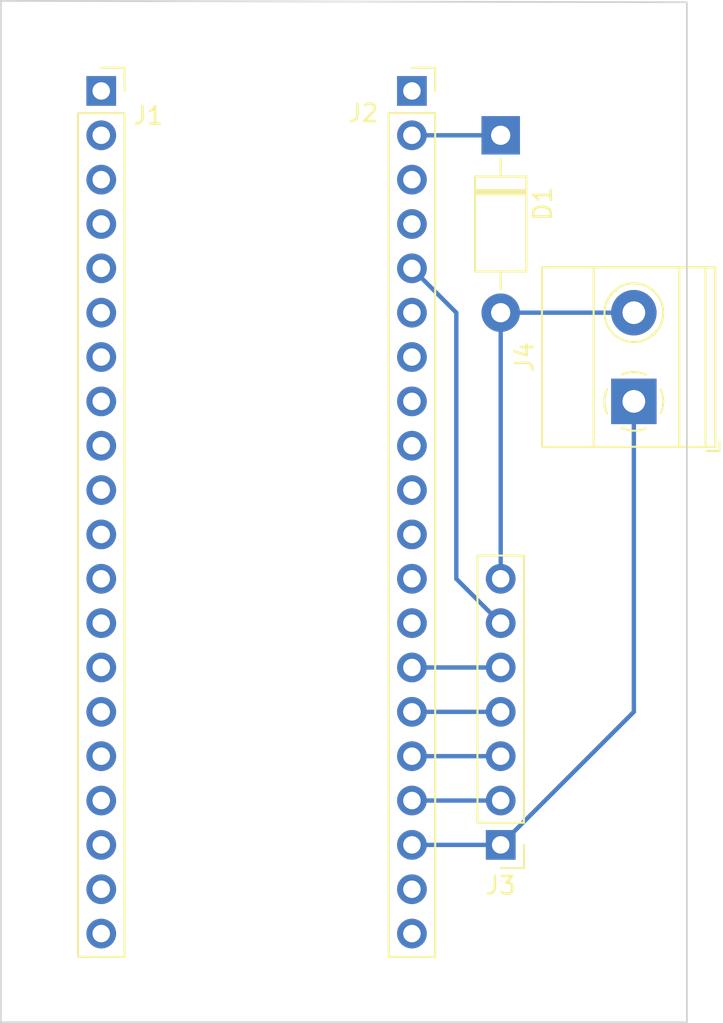
<source format=kicad_pcb>
(kicad_pcb (version 20221018) (generator pcbnew)
  (title_block (title "PicoDrip Prototype"))
  (layers (0 "F.Cu" signal) (31 "B.Cu" signal) (34 "B.Paste" user) (35 "F.Paste" user) (36 "B.SilkS" user "B.Silkscreen") (37 "F.SilkS" user "F.Silkscreen") (38 "B.Mask" user) (39 "F.Mask" user) (44 "Edge.Cuts" user))
  (net 0 "")
  (net 1 "VSYS")
  (net 2 "5V")
  (net 3 "GP0")
  (net 4 "GP1")
  (net 5 "GND")
  (net 6 "GP2")
  (net 7 "GP3")
  (net 8 "GP4")
  (net 9 "GP5")
  (net 10 "GP6")
  (net 11 "GP7")
  (net 12 "GP8")
  (net 13 "GP9")
  (net 14 "GP10")
  (net 15 "GP11")
  (net 16 "GP12")
  (net 17 "GP13")
  (net 18 "GP14")
  (net 19 "GP15")
  (net 20 "VBUS")
  (net 21 "3V3_EN")
  (net 22 "3V3")
  (net 23 "ADC_VREF")
  (net 24 "GP28")
  (net 25 "GP27")
  (net 26 "GP26")
  (net 27 "RUN")
  (net 28 "GP22")
  (net 29 "GP21")
  (net 30 "GP20")
  (net 31 "GP19")
  (net 32 "GP18")
  (net 33 "GP17")
  (net 34 "GP16")
  (footprint "MountingHole:MountingHole_2.1mm" (layer "F.Cu") (at 109.456101 127.144256)
    (fp_text reference "H3" hide)
    (fp_text value "MountingHole" hide)
    (pad "" np_thru_hole circle (at 0 0) (size 1.8 1.8) (drill 1.8) (layers "F&B.Cu" "*.Mask"))
  )
  (footprint "MountingHole:MountingHole_2.1mm" (layer "F.Cu") (at 109.560227 73.697272)
    (fp_text reference "H2" hide)
    (fp_text value "MountingHole" hide)
    (pad "" np_thru_hole circle (at 0 0) (size 1.8 1.8) (drill 1.8) (layers "F&B.Cu" "*.Mask"))
  )
  (footprint "Diode_THT:D_DO-41_SOD81_P10.16mm_Horizontal" (layer "F.Cu") (at 101.6 78.74 -90)
    (fp_text reference "D1" (at 3.917176 -2.403767 90) (layer "F.SilkS"))
    (fp_text value "1N5817")
    (fp_line (start 1.34 0) (end 2.36 0) (stroke (width 0.12)) (layer "F.SilkS"))
    (fp_line (start 2.36 -1.47) (end 2.36 1.47) (stroke (width 0.12)) (layer "F.SilkS"))
    (fp_line (start 2.36 1.47) (end 7.8 1.47) (stroke (width 0.12)) (layer "F.SilkS"))
    (fp_line (start 3.14 -1.47) (end 3.14 1.47) (stroke (width 0.12)) (layer "F.SilkS"))
    (fp_line (start 3.26 -1.47) (end 3.26 1.47) (stroke (width 0.12)) (layer "F.SilkS"))
    (fp_line (start 3.38 -1.47) (end 3.38 1.47) (stroke (width 0.12)) (layer "F.SilkS"))
    (fp_line (start 7.8 -1.47) (end 2.36 -1.47) (stroke (width 0.12)) (layer "F.SilkS"))
    (fp_line (start 7.8 1.47) (end 7.8 -1.47) (stroke (width 0.12)) (layer "F.SilkS"))
    (fp_line (start 8.82 0) (end 7.8 0) (stroke (width 0.12)) (layer "F.SilkS"))
    (pad "1" thru_hole rect (at 0 0 270) (size 2.2 2.2) (drill 1.1) (layers "*.Cu" "*.Mask") (net 1 "VSYS"))
    (pad "2" thru_hole oval (at 10.16 0 270) (size 2.2 2.2) (drill 1.1) (layers "*.Cu" "*.Mask") (net 2 "5V"))
  )
  (footprint "Connector_PinSocket_2.54mm:PinSocket_1x20_P2.54mm_Vertical" (layer "F.Cu") (at 96.52 76.2)
    (fp_text reference "J2" (at -2.785993 1.267417) (layer "F.SilkS"))
    (fp_text value "Conn_01x20_Socket" hide)
    (fp_line (start -1.33 1.27) (end -1.33 49.59) (stroke (width 0.12)) (layer "F.SilkS"))
    (fp_line (start -1.33 1.27) (end 1.33 1.27) (stroke (width 0.12)) (layer "F.SilkS"))
    (fp_line (start -1.33 49.59) (end 1.33 49.59) (stroke (width 0.12)) (layer "F.SilkS"))
    (fp_line (start 0 -1.33) (end 1.33 -1.33) (stroke (width 0.12)) (layer "F.SilkS"))
    (fp_line (start 1.33 -1.33) (end 1.33 0) (stroke (width 0.12)) (layer "F.SilkS"))
    (fp_line (start 1.33 1.27) (end 1.33 49.59) (stroke (width 0.12)) (layer "F.SilkS"))
    (pad "1" thru_hole rect (at 0 0) (size 1.7 1.7) (drill 1) (layers "*.Cu" "*.Mask") (net 20 "VBUS"))
    (pad "2" thru_hole oval (at 0 2.54) (size 1.7 1.7) (drill 1) (layers "*.Cu" "*.Mask") (net 1 "VSYS"))
    (pad "3" thru_hole oval (at 0 5.08) (size 1.7 1.7) (drill 1) (layers "*.Cu" "*.Mask") (net 5 "GND"))
    (pad "4" thru_hole oval (at 0 7.62) (size 1.7 1.7) (drill 1) (layers "*.Cu" "*.Mask") (net 21 "3V3_EN"))
    (pad "5" thru_hole oval (at 0 10.16) (size 1.7 1.7) (drill 1) (layers "*.Cu" "*.Mask") (net 22 "3V3"))
    (pad "6" thru_hole oval (at 0 12.7) (size 1.7 1.7) (drill 1) (layers "*.Cu" "*.Mask") (net 23 "ADC_VREF"))
    (pad "7" thru_hole oval (at 0 15.24) (size 1.7 1.7) (drill 1) (layers "*.Cu" "*.Mask") (net 24 "GP28"))
    (pad "8" thru_hole oval (at 0 17.78) (size 1.7 1.7) (drill 1) (layers "*.Cu" "*.Mask") (net 5 "GND"))
    (pad "9" thru_hole oval (at 0 20.32) (size 1.7 1.7) (drill 1) (layers "*.Cu" "*.Mask") (net 25 "GP27"))
    (pad "10" thru_hole oval (at 0 22.86) (size 1.7 1.7) (drill 1) (layers "*.Cu" "*.Mask") (net 26 "GP26"))
    (pad "11" thru_hole oval (at 0 25.4) (size 1.7 1.7) (drill 1) (layers "*.Cu" "*.Mask") (net 27 "RUN"))
    (pad "12" thru_hole oval (at 0 27.94) (size 1.7 1.7) (drill 1) (layers "*.Cu" "*.Mask") (net 28 "GP22"))
    (pad "13" thru_hole oval (at 0 30.48) (size 1.7 1.7) (drill 1) (layers "*.Cu" "*.Mask") (net 5 "GND"))
    (pad "14" thru_hole oval (at 0 33.02) (size 1.7 1.7) (drill 1) (layers "*.Cu" "*.Mask") (net 29 "GP21"))
    (pad "15" thru_hole oval (at 0 35.56) (size 1.7 1.7) (drill 1) (layers "*.Cu" "*.Mask") (net 30 "GP20"))
    (pad "16" thru_hole oval (at 0 38.1) (size 1.7 1.7) (drill 1) (layers "*.Cu" "*.Mask") (net 31 "GP19"))
    (pad "17" thru_hole oval (at 0 40.64) (size 1.7 1.7) (drill 1) (layers "*.Cu" "*.Mask") (net 32 "GP18"))
    (pad "18" thru_hole oval (at 0 43.18) (size 1.7 1.7) (drill 1) (layers "*.Cu" "*.Mask") (net 5 "GND"))
    (pad "19" thru_hole oval (at 0 45.72) (size 1.7 1.7) (drill 1) (layers "*.Cu" "*.Mask") (net 33 "GP17"))
    (pad "20" thru_hole oval (at 0 48.26) (size 1.7 1.7) (drill 1) (layers "*.Cu" "*.Mask") (net 34 "GP16"))
  )
  (footprint "Connector_PinHeader_2.54mm:PinHeader_1x07_P2.54mm_Vertical" (layer "F.Cu") (at 101.6 119.38 180)
    (fp_text reference "J3" (at 0 -2.33) (layer "F.SilkS"))
    (fp_text value "Pumps")
    (fp_line (start -1.33 -1.33) (end 0 -1.33) (stroke (width 0.12)) (layer "F.SilkS"))
    (fp_line (start -1.33 0) (end -1.33 -1.33) (stroke (width 0.12)) (layer "F.SilkS"))
    (fp_line (start -1.33 1.27) (end -1.33 16.57) (stroke (width 0.12)) (layer "F.SilkS"))
    (fp_line (start -1.33 1.27) (end 1.33 1.27) (stroke (width 0.12)) (layer "F.SilkS"))
    (fp_line (start -1.33 16.57) (end 1.33 16.57) (stroke (width 0.12)) (layer "F.SilkS"))
    (fp_line (start 1.33 1.27) (end 1.33 16.57) (stroke (width 0.12)) (layer "F.SilkS"))
    (pad "1" thru_hole rect (at 0 0 180) (size 1.7 1.7) (drill 1) (layers "*.Cu" "*.Mask") (net 5 "GND"))
    (pad "2" thru_hole oval (at 0 2.54 180) (size 1.7 1.7) (drill 1) (layers "*.Cu" "*.Mask") (net 32 "GP18"))
    (pad "3" thru_hole oval (at 0 5.08 180) (size 1.7 1.7) (drill 1) (layers "*.Cu" "*.Mask") (net 31 "GP19"))
    (pad "4" thru_hole oval (at 0 7.62 180) (size 1.7 1.7) (drill 1) (layers "*.Cu" "*.Mask") (net 30 "GP20"))
    (pad "5" thru_hole oval (at 0 10.16 180) (size 1.7 1.7) (drill 1) (layers "*.Cu" "*.Mask") (net 29 "GP21"))
    (pad "6" thru_hole oval (at 0 12.7 180) (size 1.7 1.7) (drill 1) (layers "*.Cu" "*.Mask") (net 22 "3V3"))
    (pad "7" thru_hole oval (at 0 15.24 180) (size 1.7 1.7) (drill 1) (layers "*.Cu" "*.Mask") (net 2 "5V"))
  )
  (footprint "Connector_PinSocket_2.54mm:PinSocket_1x20_P2.54mm_Vertical" (layer "F.Cu") (at 78.74 76.2)
    (fp_text reference "J1" (at 2.692379 1.408815) (layer "F.SilkS"))
    (fp_text value "Conn_01x20_Socket" hide)
    (fp_line (start -1.33 1.27) (end -1.33 49.59) (stroke (width 0.12)) (layer "F.SilkS"))
    (fp_line (start -1.33 1.27) (end 1.33 1.27) (stroke (width 0.12)) (layer "F.SilkS"))
    (fp_line (start -1.33 49.59) (end 1.33 49.59) (stroke (width 0.12)) (layer "F.SilkS"))
    (fp_line (start 0 -1.33) (end 1.33 -1.33) (stroke (width 0.12)) (layer "F.SilkS"))
    (fp_line (start 1.33 -1.33) (end 1.33 0) (stroke (width 0.12)) (layer "F.SilkS"))
    (fp_line (start 1.33 1.27) (end 1.33 49.59) (stroke (width 0.12)) (layer "F.SilkS"))
    (pad "1" thru_hole rect (at 0 0) (size 1.7 1.7) (drill 1) (layers "*.Cu" "*.Mask") (net 3 "GP0"))
    (pad "2" thru_hole oval (at 0 2.54) (size 1.7 1.7) (drill 1) (layers "*.Cu" "*.Mask") (net 4 "GP1"))
    (pad "3" thru_hole oval (at 0 5.08) (size 1.7 1.7) (drill 1) (layers "*.Cu" "*.Mask") (net 5 "GND"))
    (pad "4" thru_hole oval (at 0 7.62) (size 1.7 1.7) (drill 1) (layers "*.Cu" "*.Mask") (net 6 "GP2"))
    (pad "5" thru_hole oval (at 0 10.16) (size 1.7 1.7) (drill 1) (layers "*.Cu" "*.Mask") (net 7 "GP3"))
    (pad "6" thru_hole oval (at 0 12.7) (size 1.7 1.7) (drill 1) (layers "*.Cu" "*.Mask") (net 8 "GP4"))
    (pad "7" thru_hole oval (at 0 15.24) (size 1.7 1.7) (drill 1) (layers "*.Cu" "*.Mask") (net 9 "GP5"))
    (pad "8" thru_hole oval (at 0 17.78) (size 1.7 1.7) (drill 1) (layers "*.Cu" "*.Mask") (net 5 "GND"))
    (pad "9" thru_hole oval (at 0 20.32) (size 1.7 1.7) (drill 1) (layers "*.Cu" "*.Mask") (net 10 "GP6"))
    (pad "10" thru_hole oval (at 0 22.86) (size 1.7 1.7) (drill 1) (layers "*.Cu" "*.Mask") (net 11 "GP7"))
    (pad "11" thru_hole oval (at 0 25.4) (size 1.7 1.7) (drill 1) (layers "*.Cu" "*.Mask") (net 12 "GP8"))
    (pad "12" thru_hole oval (at 0 27.94) (size 1.7 1.7) (drill 1) (layers "*.Cu" "*.Mask") (net 13 "GP9"))
    (pad "13" thru_hole oval (at 0 30.48) (size 1.7 1.7) (drill 1) (layers "*.Cu" "*.Mask") (net 5 "GND"))
    (pad "14" thru_hole oval (at 0 33.02) (size 1.7 1.7) (drill 1) (layers "*.Cu" "*.Mask") (net 14 "GP10"))
    (pad "15" thru_hole oval (at 0 35.56) (size 1.7 1.7) (drill 1) (layers "*.Cu" "*.Mask") (net 15 "GP11"))
    (pad "16" thru_hole oval (at 0 38.1) (size 1.7 1.7) (drill 1) (layers "*.Cu" "*.Mask") (net 16 "GP12"))
    (pad "17" thru_hole oval (at 0 40.64) (size 1.7 1.7) (drill 1) (layers "*.Cu" "*.Mask") (net 17 "GP13"))
    (pad "18" thru_hole oval (at 0 43.18) (size 1.7 1.7) (drill 1) (layers "*.Cu" "*.Mask") (net 5 "GND"))
    (pad "19" thru_hole oval (at 0 45.72) (size 1.7 1.7) (drill 1) (layers "*.Cu" "*.Mask") (net 18 "GP14"))
    (pad "20" thru_hole oval (at 0 48.26) (size 1.7 1.7) (drill 1) (layers "*.Cu" "*.Mask") (net 19 "GP15"))
  )
  (footprint "MountingHole:MountingHole_2.1mm" (layer "F.Cu") (at 75.793395 127.187974)
    (fp_text reference "H4" hide)
    (fp_text value "MountingHole" hide)
    (pad "" np_thru_hole circle (at 0 0) (size 1.8 1.8) (drill 1.8) (layers "F&B.Cu" "*.Mask"))
  )
  (footprint "MountingHole:MountingHole_2.1mm" (layer "F.Cu") (at 75.497874 73.616221)
    (fp_text reference "H1" hide)
    (fp_text value "MountingHole" hide)
    (pad "" np_thru_hole circle (at 0 0) (size 1.8 1.8) (drill 1.8) (layers "F&B.Cu" "*.Mask"))
  )
  (footprint "TerminalBlock_Phoenix:TerminalBlock_Phoenix_MKDS-1,5-2-5.08_1x02_P5.08mm_Horizontal" (layer "F.Cu") (at 109.22 93.98 90)
    (fp_text reference "J4" (at 2.54 -6.26 90) (layer "F.SilkS"))
    (fp_text value "Screw_Terminal_01x02" hide)
    (fp_line (start -2.84 4.16) (end -2.84 4.9) (stroke (width 0.12)) (layer "F.SilkS"))
    (fp_line (start -2.84 4.9) (end -2.34 4.9) (stroke (width 0.12)) (layer "F.SilkS"))
    (fp_line (start -2.6 -5.261) (end -2.6 4.66) (stroke (width 0.12)) (layer "F.SilkS"))
    (fp_line (start -2.6 -5.261) (end 7.68 -5.261) (stroke (width 0.12)) (layer "F.SilkS"))
    (fp_line (start -2.6 -2.301) (end 7.68 -2.301) (stroke (width 0.12)) (layer "F.SilkS"))
    (fp_line (start -2.6 2.6) (end 7.68 2.6) (stroke (width 0.12)) (layer "F.SilkS"))
    (fp_line (start -2.6 4.1) (end 7.68 4.1) (stroke (width 0.12)) (layer "F.SilkS"))
    (fp_line (start -2.6 4.66) (end 7.68 4.66) (stroke (width 0.12)) (layer "F.SilkS"))
    (fp_line (start 3.853 1.023) (end 3.806 1.069) (stroke (width 0.12)) (layer "F.SilkS"))
    (fp_line (start 4.046 1.239) (end 4.011 1.274) (stroke (width 0.12)) (layer "F.SilkS"))
    (fp_line (start 6.15 -1.275) (end 6.115 -1.239) (stroke (width 0.12)) (layer "F.SilkS"))
    (fp_line (start 6.355 -1.069) (end 6.308 -1.023) (stroke (width 0.12)) (layer "F.SilkS"))
    (fp_line (start 7.68 -5.261) (end 7.68 4.66) (stroke (width 0.12)) (layer "F.SilkS"))
    (fp_arc (start -1.535427 0.683042) (mid -1.680501 -0.000524) (end -1.535 -0.684) (stroke (width 0.12)) (layer "F.SilkS"))
    (fp_arc (start -0.683042 -1.535427) (mid 0.000524 -1.680501) (end 0.684 -1.535) (stroke (width 0.12)) (layer "F.SilkS"))
    (fp_arc (start 0.028805 1.680253) (mid -0.335551 1.646659) (end -0.684 1.535) (stroke (width 0.12)) (layer "F.SilkS"))
    (fp_arc (start 0.683318 1.534756) (mid 0.349292 1.643288) (end 0 1.68) (stroke (width 0.12)) (layer "F.SilkS"))
    (fp_arc (start 1.535427 -0.683042) (mid 1.680501 0.000524) (end 1.535 0.684) (stroke (width 0.12)) (layer "F.SilkS"))
    (fp_circle (center 5.08 0) (end 6.76 0) (stroke (width 0.12)) (fill none) (layer "F.SilkS"))
    (pad "1" thru_hole rect (at 0 0 90) (size 2.6 2.6) (drill 1.3) (layers "*.Cu" "*.Mask") (net 5 "GND"))
    (pad "2" thru_hole circle (at 5.08 0 90) (size 2.6 2.6) (drill 1.3) (layers "*.Cu" "*.Mask") (net 2 "5V"))
  )
  (gr_line (start 112.25404 129.54) (end 72.995456 129.54) (stroke (width 0.1)) (layer "Edge.Cuts"))
  (gr_line (start 72.995456 129.54) (end 72.995456 71.041299) (stroke (width 0.1)) (layer "Edge.Cuts"))
  (gr_line (start 72.995456 71.041299) (end 112.25404 71.12) (stroke (width 0.1)) (layer "Edge.Cuts"))
  (gr_line (start 112.25404 71.12) (end 112.25404 129.54) (stroke (width 0.1)) (layer "Edge.Cuts"))
  (segment (start 96.52 78.74) (end 101.6 78.74) (width 0.25) (layer "B.Cu") (net 1))
  (segment (start 109.22 88.9) (end 101.6 88.9) (width 0.25) (layer "B.Cu") (net 2))
  (segment (start 101.6 88.9) (end 101.6 104.14) (width 0.25) (layer "B.Cu") (net 2))
  (segment (start 101.6 119.38) (end 109.22 111.76) (width 0.25) (layer "B.Cu") (net 5))
  (segment (start 101.6 119.38) (end 96.52 119.38) (width 0.25) (layer "B.Cu") (net 5))
  (segment (start 109.22 111.76) (end 109.22 93.98) (width 0.25) (layer "B.Cu") (net 5))
  (segment (start 99.06 88.9) (end 99.06 104.14) (width 0.25) (layer "B.Cu") (net 22))
  (segment (start 99.06 104.14) (end 101.6 106.68) (width 0.25) (layer "B.Cu") (net 22))
  (segment (start 96.52 86.36) (end 99.06 88.9) (width 0.25) (layer "B.Cu") (net 22))
  (segment (start 101.6 109.22) (end 96.52 109.22) (width 0.25) (layer "B.Cu") (net 29))
  (segment (start 101.6 111.76) (end 96.52 111.76) (width 0.25) (layer "B.Cu") (net 30))
  (segment (start 101.6 114.3) (end 96.52 114.3) (width 0.25) (layer "B.Cu") (net 31))
  (segment (start 101.6 116.84) (end 96.52 116.84) (width 0.25) (layer "B.Cu") (net 32))
  (via (at 96.52 124.46) (size 0.8) (drill 0.4) (layers "F.Cu" "B.Cu") (net 34))
)
</source>
